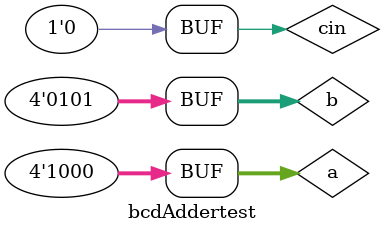
<source format=v>
module halfAdder(c,s,a,b);
input a,b;
output c,s;

xor(s,a,b);
and(c,a,b);

endmodule


module fullAdder(cout,sum,a,b,cin);
input a,b,cin;
output cout,sum;

wire s,c,c1;

halfAdder hf1(c,s,a,b);
halfAdder hf2(c1,sum,s,cin);
or(cout,c,c1);

endmodule

module multiBitAdder(cout,sum,a,b,cin);
input [3:0]a,b;
input cin;
output [3:0]sum;
output cout;

wire c1,c2,c3;



fullAdder fa1(c1,sum[0],a[0],b[0],cin);
fullAdder fa2(c2,sum[1],a[1],b[1],c1);
fullAdder fa3(c3,sum[2],a[2],b[2],c2);
fullAdder fa4(cout,sum[3],a[3],b[3],c3);

endmodule

/*
module multiBitAddertest;
reg [3:0]a,b;
reg cin;
wire [3:0]sum;
wire cout;

multiBitAdder fa(sum,cout,a,b,cin);

initial
begin

     cin=0; a=4'b 1010; b=4'b 1011;
#100 cin=0; a=4'b 1110; b=4'b 1111;

end
endmodule
*/
/*
module multiBitAdderSubtractor(cout,sum,a,b,cin);
input [3:0]a,b;
input cin;
output [3:0]sum;
output cout;

wire [3:0]t;

xor(t[0],b[0],cin);
xor(t[1],b[1],cin);
xor(t[2],b[2],cin);
xor(t[3],b[3],cin);

multiBitAdder sb(cout,sum,a,t,cin);
endmodule
*/
/*
module multiBitAdderSubtractortest;
reg [3:0]a,b;
reg cin;
wire [3:0]sum;
wire cout;
multiBitAdderSubtractor mab(cout,sum,a,b,cin);
initial
begin
     cin=1; a=4'b 1010; b=4'b 1011;
#100 cin=1; a=4'b 1110; b=4'b 1111;

end
endmodule
*/
/*
module four_Bit_adderSubtractor(cout,sum,a,b,cin);
input [3:0]a,b;
input cin;
output [3:0]sum;
output cout;

wire [3:0]t;
wire c1,c2,c3;
xor(t[0],b[0],cin);
xor(t[1],b[1],cin);
xor(t[2],b[2],cin);
xor(t[3],b[3],cin);

fullAdder fa1(c1,sum[0],a[0],t[0],cin);
fullAdder fa2(c2,sum[1],a[1],t[1],c1);
fullAdder fa3(c3,sum[2],a[2],t[2],c2);
fullAdder fa4(cout,sum[3],a[3],t[3],c3);
endmodule
module four_Bit_adderSubtractortest;
reg [3:0]a,b;
reg cin;
wire [3:0]sum;
wire cout;
four_Bit_adderSubtractor fas(cout,sum,a,b,cin);
initial
begin
     cin=0; a=4'b 1010; b=4'b 1011;
#100 cin=0; a=4'b 1110; b=4'b 1111;

end
endmodule
*/

module bcdAdder(cout,sum,a,b,cin);
input [3:0]a,b;
input cin;
output [3:0]sum;
output cout;
wire [3:0]s;
wire c1,cx;
multiBitAdder ma1(c1,s,a,b,cin);
wire c2,c3,c4;
and(c2,s[3],s[2]);
and(c3,s[3],s[1]);
or(c4,c2,c3);
or(cout,c1,c4);
wire [3:0]d;
assign d[0]=0;
assign d[3]=0;
assign d[1]=cout;
assign d[2]=cout;
multiBitAdder ma2(cx,sum,d,s,d[0]);
endmodule
module bcdAddertest;
reg [3:0]a,b;
reg cin;
wire [3:0]sum;
wire cout;
bcdAdder ba(cout,sum,a,b,cin);
initial
begin
     cin=0; a=4'b 0110; b=4'b 0110;
#100 cin=0; a=4'b 1000; b=4'b 0101;
end
endmodule

</source>
